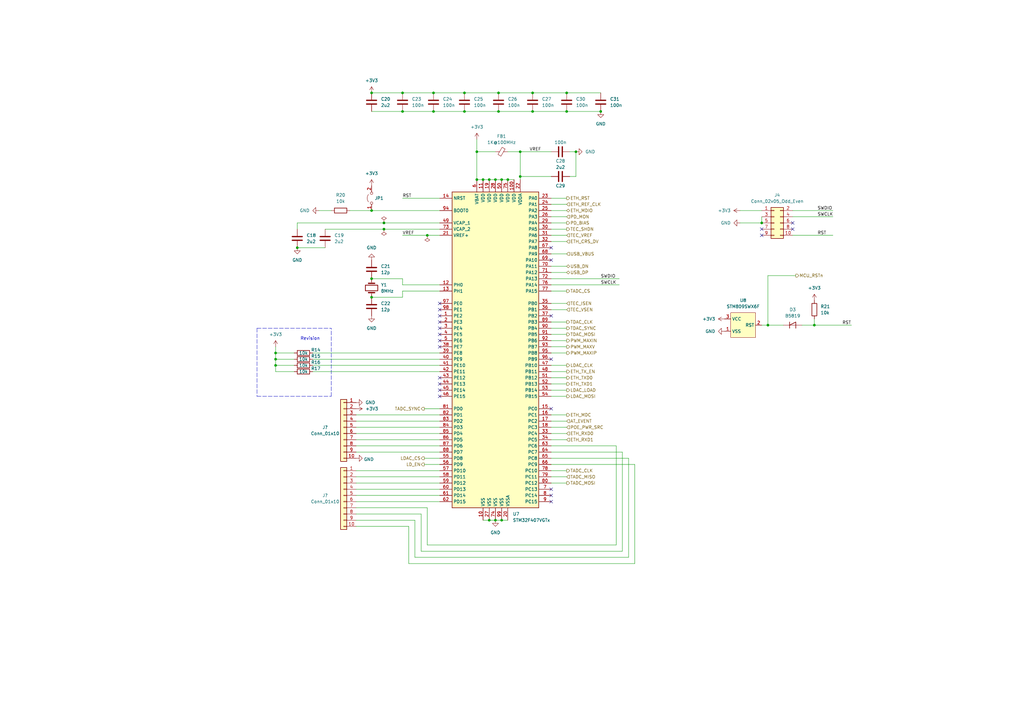
<source format=kicad_sch>
(kicad_sch (version 20211123) (generator eeschema)
  (paper "A3")
  (title_block (title "Kirdy") (date "2022-07-03") (rev "r0.1") (company "M-Labs") (comment 1 "Alex Wong Tat Hang"))
  (lib_symbols
    (symbol "Connector_Generic:Conn_01x10" (pin_names (offset 1.016) hide)
      (property "Reference" "J" (at 0 12.7 0))
      (property "Value" "Conn_01x10" (at 0 -15.24 0))
      (symbol "Conn_01x10_1_1"
        (rectangle (start -1.27 -12.573) (end 0 -12.827) (stroke (width 0.1524)))
        (rectangle (start -1.27 -10.033) (end 0 -10.287) (stroke (width 0.1524)))
        (rectangle (start -1.27 -7.493) (end 0 -7.747) (stroke (width 0.1524)))
        (rectangle (start -1.27 -4.953) (end 0 -5.207) (stroke (width 0.1524)))
        (rectangle (start -1.27 -2.413) (end 0 -2.667) (stroke (width 0.1524)))
        (rectangle (start -1.27 0.127) (end 0 -0.127) (stroke (width 0.1524)))
        (rectangle (start -1.27 2.667) (end 0 2.413) (stroke (width 0.1524)))
        (rectangle (start -1.27 5.207) (end 0 4.953) (stroke (width 0.1524)))
        (rectangle (start -1.27 7.747) (end 0 7.493) (stroke (width 0.1524)))
        (rectangle (start -1.27 10.287) (end 0 10.033) (stroke (width 0.1524)))
        (rectangle (start -1.27 11.43) (end 1.27 -13.97) (stroke (width 0.254)) (fill (type background)))
        (pin passive line (at -5.08 10.16 0) (length 3.81) (name "Pin_1") (number "1"))
        (pin passive line (at -5.08 -12.7 0) (length 3.81) (name "Pin_10") (number "10"))
        (pin passive line (at -5.08 7.62 0) (length 3.81) (name "Pin_2") (number "2"))
        (pin passive line (at -5.08 5.08 0) (length 3.81) (name "Pin_3") (number "3"))
        (pin passive line (at -5.08 2.54 0) (length 3.81) (name "Pin_4") (number "4"))
        (pin passive line (at -5.08 0 0) (length 3.81) (name "Pin_5") (number "5"))
        (pin passive line (at -5.08 -2.54 0) (length 3.81) (name "Pin_6") (number "6"))
        (pin passive line (at -5.08 -5.08 0) (length 3.81) (name "Pin_7") (number "7"))
        (pin passive line (at -5.08 -7.62 0) (length 3.81) (name "Pin_8") (number "8"))
        (pin passive line (at -5.08 -10.16 0) (length 3.81) (name "Pin_9") (number "9"))
      )
    )
    (symbol "Connector_Generic:Conn_02x05_Odd_Even" (pin_names (offset 1.016) hide)
      (property "Reference" "J" (at 1.27 7.62 0))
      (property "Value" "Conn_02x05_Odd_Even" (at 1.27 -7.62 0))
      (symbol "Conn_02x05_Odd_Even_1_1"
        (rectangle (start -1.27 -4.953) (end 0 -5.207) (stroke (width 0.1524)))
        (rectangle (start -1.27 -2.413) (end 0 -2.667) (stroke (width 0.1524)))
        (rectangle (start -1.27 0.127) (end 0 -0.127) (stroke (width 0.1524)))
        (rectangle (start -1.27 2.667) (end 0 2.413) (stroke (width 0.1524)))
        (rectangle (start -1.27 5.207) (end 0 4.953) (stroke (width 0.1524)))
        (rectangle (start -1.27 6.35) (end 3.81 -6.35) (stroke (width 0.254)) (fill (type background)))
        (rectangle (start 3.81 -4.953) (end 2.54 -5.207) (stroke (width 0.1524)))
        (rectangle (start 3.81 -2.413) (end 2.54 -2.667) (stroke (width 0.1524)))
        (rectangle (start 3.81 0.127) (end 2.54 -0.127) (stroke (width 0.1524)))
        (rectangle (start 3.81 2.667) (end 2.54 2.413) (stroke (width 0.1524)))
        (rectangle (start 3.81 5.207) (end 2.54 4.953) (stroke (width 0.1524)))
        (pin passive line (at -5.08 5.08 0) (length 3.81) (name "Pin_1") (number "1"))
        (pin passive line (at 7.62 -5.08 180) (length 3.81) (name "Pin_10") (number "10"))
        (pin passive line (at 7.62 5.08 180) (length 3.81) (name "Pin_2") (number "2"))
        (pin passive line (at -5.08 2.54 0) (length 3.81) (name "Pin_3") (number "3"))
        (pin passive line (at 7.62 2.54 180) (length 3.81) (name "Pin_4") (number "4"))
        (pin passive line (at -5.08 0 0) (length 3.81) (name "Pin_5") (number "5"))
        (pin passive line (at 7.62 0 180) (length 3.81) (name "Pin_6") (number "6"))
        (pin passive line (at -5.08 -2.54 0) (length 3.81) (name "Pin_7") (number "7"))
        (pin passive line (at 7.62 -2.54 180) (length 3.81) (name "Pin_8") (number "8"))
        (pin passive line (at -5.08 -5.08 0) (length 3.81) (name "Pin_9") (number "9"))
      )
    )
    (symbol "Device:C" (pin_numbers hide) (pin_names (offset 0.254))
      (property "Reference" "C" (at 0.635 2.54 0))
      (property "Value" "C" (at 0.635 -2.54 0))
      (symbol "C_0_1"
        (polyline (pts (xy -2.032 -0.762) (xy 2.032 -0.762)) (stroke (width 0.508)))
        (polyline (pts (xy -2.032 0.762) (xy 2.032 0.762)) (stroke (width 0.508)))
      )
      (symbol "C_1_1"
        (pin passive line (at 0 3.81 270) (length 2.794) (name "~") (number "1"))
        (pin passive line (at 0 -3.81 90) (length 2.794) (name "~") (number "2"))
      )
    )
    (symbol "Device:Crystal" (pin_numbers hide) (pin_names (offset 1.016) hide)
      (property "Reference" "Y" (at 0 3.81 0))
      (property "Value" "Crystal" (at 0 -3.81 0))
      (symbol "Crystal_0_1"
        (rectangle (start -1.143 2.54) (end 1.143 -2.54) (stroke (width 0.3048)))
        (polyline (pts (xy -2.54 0) (xy -1.905 0)))
        (polyline (pts (xy -1.905 -1.27) (xy -1.905 1.27)) (stroke (width 0.508)))
        (polyline (pts (xy 1.905 -1.27) (xy 1.905 1.27)) (stroke (width 0.508)))
        (polyline (pts (xy 2.54 0) (xy 1.905 0)))
      )
      (symbol "Crystal_1_1"
        (pin passive line (at -3.81 0 0) (length 1.27) (name "1") (number "1"))
        (pin passive line (at 3.81 0 180) (length 1.27) (name "2") (number "2"))
      )
    )
    (symbol "Device:D_Shockley" (pin_numbers hide) (pin_names (offset 1.016) hide)
      (property "Reference" "D" (at 0 2.54 0))
      (property "Value" "D_Shockley" (at 0 -2.54 0))
      (symbol "D_Shockley_0_1"
        (polyline (pts (xy -1.27 0) (xy 1.27 0)))
        (polyline (pts (xy -1.27 1.27) (xy -1.27 -1.27)) (stroke (width 0.254)))
        (polyline (pts (xy -1.27 0) (xy 1.27 1.27) (xy 1.27 -1.27)) (stroke (width 0.254)))
      )
      (symbol "D_Shockley_1_1"
        (pin passive line (at -3.81 0 0) (length 2.54) (name "K") (number "1"))
        (pin passive line (at 3.81 0 180) (length 2.54) (name "A") (number "2"))
      )
    )
    (symbol "Device:FerriteBead_Small" (pin_numbers hide) (pin_names (offset 0))
      (property "Reference" "FB" (at 1.905 1.27 0))
      (property "Value" "FerriteBead_Small" (at 1.905 -1.27 0))
      (symbol "FerriteBead_Small_0_1"
        (polyline (pts (xy 0 -1.27) (xy 0 -0.7874)))
        (polyline (pts (xy 0 0.889) (xy 0 1.2954)))
        (polyline (pts (xy -1.8288 0.2794) (xy -1.1176 1.4986) (xy 1.8288 -0.2032) (xy 1.1176 -1.4224) (xy -1.8288 0.2794)))
      )
      (symbol "FerriteBead_Small_1_1"
        (pin passive line (at 0 2.54 270) (length 1.27) (name "~") (number "1"))
        (pin passive line (at 0 -2.54 90) (length 1.27) (name "~") (number "2"))
      )
    )
    (symbol "Device:R" (pin_numbers hide) (pin_names (offset 0))
      (property "Reference" "R" (at 2.032 0 90))
      (property "Value" "R" (at 0 0 90))
      (symbol "R_0_1"
        (rectangle (start -1.016 -2.54) (end 1.016 2.54) (stroke (width 0.254)))
      )
      (symbol "R_1_1"
        (pin passive line (at 0 3.81 270) (length 1.27) (name "~") (number "1"))
        (pin passive line (at 0 -3.81 90) (length 1.27) (name "~") (number "2"))
      )
    )
    (symbol "Jumper:Jumper_2_Open" (pin_names (offset 0) hide)
      (property "Reference" "JP" (at 0 2.794 0))
      (property "Value" "Jumper_2_Open" (at 0 -2.286 0))
      (symbol "Jumper_2_Open_0_0"
        (circle (center -2.032 0) (radius 0.508))
        (circle (center 2.032 0) (radius 0.508))
      )
      (symbol "Jumper_2_Open_0_1"
        (arc (start 1.524 1.27) (mid 0 1.778) (end -1.524 1.27))
      )
      (symbol "Jumper_2_Open_1_1"
        (pin passive line (at -5.08 0 0) (length 2.54) (name "A") (number "1"))
        (pin passive line (at 5.08 0 180) (length 2.54) (name "B") (number "2"))
      )
    )
    (symbol "MCU_ST_STM32F4:STM32F407VGTx"
      (property "Reference" "U" (at -17.78 64.77 0))
      (property "Value" "STM32F407VGTx" (at 12.7 64.77 0))
      (symbol "STM32F407VGTx_0_1"
        (rectangle (start -17.78 -66.04) (end 17.78 63.5) (stroke (width 0.254)) (fill (type background)))
      )
      (symbol "STM32F407VGTx_1_1"
        (pin bidirectional line (at -22.86 12.7 0) (length 5.08) (name "PE2") (number "1"))
        (pin power_in line (at -5.08 -71.12 90) (length 5.08) (name "VSS") (number "10"))
        (pin power_in line (at 7.62 68.58 270) (length 5.08) (name "VDD") (number "100"))
        (pin power_in line (at -5.08 68.58 270) (length 5.08) (name "VDD") (number "11"))
        (pin input line (at -22.86 25.4 0) (length 5.08) (name "PH0") (number "12"))
        (pin input line (at -22.86 22.86 0) (length 5.08) (name "PH1") (number "13"))
        (pin input line (at -22.86 60.96 0) (length 5.08) (name "NRST") (number "14"))
        (pin bidirectional line (at 22.86 -25.4 180) (length 5.08) (name "PC0") (number "15"))
        (pin bidirectional line (at 22.86 -27.94 180) (length 5.08) (name "PC1") (number "16"))
        (pin bidirectional line (at 22.86 -30.48 180) (length 5.08) (name "PC2") (number "17"))
        (pin bidirectional line (at 22.86 -33.02 180) (length 5.08) (name "PC3") (number "18"))
        (pin power_in line (at -2.54 68.58 270) (length 5.08) (name "VDD") (number "19"))
        (pin bidirectional line (at -22.86 10.16 0) (length 5.08) (name "PE3") (number "2"))
        (pin power_in line (at 5.08 -71.12 90) (length 5.08) (name "VSSA") (number "20"))
        (pin power_in line (at -22.86 45.72 0) (length 5.08) (name "VREF+") (number "21"))
        (pin power_in line (at 10.16 68.58 270) (length 5.08) (name "VDDA") (number "22"))
        (pin bidirectional line (at 22.86 60.96 180) (length 5.08) (name "PA0") (number "23"))
        (pin bidirectional line (at 22.86 58.42 180) (length 5.08) (name "PA1") (number "24"))
        (pin bidirectional line (at 22.86 55.88 180) (length 5.08) (name "PA2") (number "25"))
        (pin bidirectional line (at 22.86 53.34 180) (length 5.08) (name "PA3") (number "26"))
        (pin power_in line (at -2.54 -71.12 90) (length 5.08) (name "VSS") (number "27"))
        (pin power_in line (at 0 68.58 270) (length 5.08) (name "VDD") (number "28"))
        (pin bidirectional line (at 22.86 50.8 180) (length 5.08) (name "PA4") (number "29"))
        (pin bidirectional line (at -22.86 7.62 0) (length 5.08) (name "PE4") (number "3"))
        (pin bidirectional line (at 22.86 48.26 180) (length 5.08) (name "PA5") (number "30"))
        (pin bidirectional line (at 22.86 45.72 180) (length 5.08) (name "PA6") (number "31"))
        (pin bidirectional line (at 22.86 43.18 180) (length 5.08) (name "PA7") (number "32"))
        (pin bidirectional line (at 22.86 -35.56 180) (length 5.08) (name "PC4") (number "33"))
        (pin bidirectional line (at 22.86 -38.1 180) (length 5.08) (name "PC5") (number "34"))
        (pin bidirectional line (at 22.86 17.78 180) (length 5.08) (name "PB0") (number "35"))
        (pin bidirectional line (at 22.86 15.24 180) (length 5.08) (name "PB1") (number "36"))
        (pin bidirectional line (at 22.86 12.7 180) (length 5.08) (name "PB2") (number "37"))
        (pin bidirectional line (at -22.86 0 0) (length 5.08) (name "PE7") (number "38"))
        (pin bidirectional line (at -22.86 -2.54 0) (length 5.08) (name "PE8") (number "39"))
        (pin bidirectional line (at -22.86 5.08 0) (length 5.08) (name "PE5") (number "4"))
        (pin bidirectional line (at -22.86 -5.08 0) (length 5.08) (name "PE9") (number "40"))
        (pin bidirectional line (at -22.86 -7.62 0) (length 5.08) (name "PE10") (number "41"))
        (pin bidirectional line (at -22.86 -10.16 0) (length 5.08) (name "PE11") (number "42"))
        (pin bidirectional line (at -22.86 -12.7 0) (length 5.08) (name "PE12") (number "43"))
        (pin bidirectional line (at -22.86 -15.24 0) (length 5.08) (name "PE13") (number "44"))
        (pin bidirectional line (at -22.86 -17.78 0) (length 5.08) (name "PE14") (number "45"))
        (pin bidirectional line (at -22.86 -20.32 0) (length 5.08) (name "PE15") (number "46"))
        (pin bidirectional line (at 22.86 -7.62 180) (length 5.08) (name "PB10") (number "47"))
        (pin bidirectional line (at 22.86 -10.16 180) (length 5.08) (name "PB11") (number "48"))
        (pin power_in line (at -22.86 50.8 0) (length 5.08) (name "VCAP_1") (number "49"))
        (pin bidirectional line (at -22.86 2.54 0) (length 5.08) (name "PE6") (number "5"))
        (pin power_in line (at 2.54 68.58 270) (length 5.08) (name "VDD") (number "50"))
        (pin bidirectional line (at 22.86 -12.7 180) (length 5.08) (name "PB12") (number "51"))
        (pin bidirectional line (at 22.86 -15.24 180) (length 5.08) (name "PB13") (number "52"))
        (pin bidirectional line (at 22.86 -17.78 180) (length 5.08) (name "PB14") (number "53"))
        (pin bidirectional line (at 22.86 -20.32 180) (length 5.08) (name "PB15") (number "54"))
        (pin bidirectional line (at -22.86 -45.72 0) (length 5.08) (name "PD8") (number "55"))
        (pin bidirectional line (at -22.86 -48.26 0) (length 5.08) (name "PD9") (number "56"))
        (pin bidirectional line (at -22.86 -50.8 0) (length 5.08) (name "PD10") (number "57"))
        (pin bidirectional line (at -22.86 -53.34 0) (length 5.08) (name "PD11") (number "58"))
        (pin bidirectional line (at -22.86 -55.88 0) (length 5.08) (name "PD12") (number "59"))
        (pin power_in line (at -7.62 68.58 270) (length 5.08) (name "VBAT") (number "6"))
        (pin bidirectional line (at -22.86 -58.42 0) (length 5.08) (name "PD13") (number "60"))
        (pin bidirectional line (at -22.86 -60.96 0) (length 5.08) (name "PD14") (number "61"))
        (pin bidirectional line (at -22.86 -63.5 0) (length 5.08) (name "PD15") (number "62"))
        (pin bidirectional line (at 22.86 -40.64 180) (length 5.08) (name "PC6") (number "63"))
        (pin bidirectional line (at 22.86 -43.18 180) (length 5.08) (name "PC7") (number "64"))
        (pin bidirectional line (at 22.86 -45.72 180) (length 5.08) (name "PC8") (number "65"))
        (pin bidirectional line (at 22.86 -48.26 180) (length 5.08) (name "PC9") (number "66"))
        (pin bidirectional line (at 22.86 40.64 180) (length 5.08) (name "PA8") (number "67"))
        (pin bidirectional line (at 22.86 38.1 180) (length 5.08) (name "PA9") (number "68"))
        (pin bidirectional line (at 22.86 35.56 180) (length 5.08) (name "PA10") (number "69"))
        (pin bidirectional line (at 22.86 -58.42 180) (length 5.08) (name "PC13") (number "7"))
        (pin bidirectional line (at 22.86 33.02 180) (length 5.08) (name "PA11") (number "70"))
        (pin bidirectional line (at 22.86 30.48 180) (length 5.08) (name "PA12") (number "71"))
        (pin bidirectional line (at 22.86 27.94 180) (length 5.08) (name "PA13") (number "72"))
        (pin power_in line (at -22.86 48.26 0) (length 5.08) (name "VCAP_2") (number "73"))
        (pin power_in line (at 0 -71.12 90) (length 5.08) (name "VSS") (number "74"))
        (pin power_in line (at 5.08 68.58 270) (length 5.08) (name "VDD") (number "75"))
        (pin bidirectional line (at 22.86 25.4 180) (length 5.08) (name "PA14") (number "76"))
        (pin bidirectional line (at 22.86 22.86 180) (length 5.08) (name "PA15") (number "77"))
        (pin bidirectional line (at 22.86 -50.8 180) (length 5.08) (name "PC10") (number "78"))
        (pin bidirectional line (at 22.86 -53.34 180) (length 5.08) (name "PC11") (number "79"))
        (pin bidirectional line (at 22.86 -60.96 180) (length 5.08) (name "PC14") (number "8"))
        (pin bidirectional line (at 22.86 -55.88 180) (length 5.08) (name "PC12") (number "80"))
        (pin bidirectional line (at -22.86 -25.4 0) (length 5.08) (name "PD0") (number "81"))
        (pin bidirectional line (at -22.86 -27.94 0) (length 5.08) (name "PD1") (number "82"))
        (pin bidirectional line (at -22.86 -30.48 0) (length 5.08) (name "PD2") (number "83"))
        (pin bidirectional line (at -22.86 -33.02 0) (length 5.08) (name "PD3") (number "84"))
        (pin bidirectional line (at -22.86 -35.56 0) (length 5.08) (name "PD4") (number "85"))
        (pin bidirectional line (at -22.86 -38.1 0) (length 5.08) (name "PD5") (number "86"))
        (pin bidirectional line (at -22.86 -40.64 0) (length 5.08) (name "PD6") (number "87"))
        (pin bidirectional line (at -22.86 -43.18 0) (length 5.08) (name "PD7") (number "88"))
        (pin bidirectional line (at 22.86 10.16 180) (length 5.08) (name "PB3") (number "89"))
        (pin bidirectional line (at 22.86 -63.5 180) (length 5.08) (name "PC15") (number "9"))
        (pin bidirectional line (at 22.86 7.62 180) (length 5.08) (name "PB4") (number "90"))
        (pin bidirectional line (at 22.86 5.08 180) (length 5.08) (name "PB5") (number "91"))
        (pin bidirectional line (at 22.86 2.54 180) (length 5.08) (name "PB6") (number "92"))
        (pin bidirectional line (at 22.86 0 180) (length 5.08) (name "PB7") (number "93"))
        (pin input line (at -22.86 55.88 0) (length 5.08) (name "BOOT0") (number "94"))
        (pin bidirectional line (at 22.86 -2.54 180) (length 5.08) (name "PB8") (number "95"))
        (pin bidirectional line (at 22.86 -5.08 180) (length 5.08) (name "PB9") (number "96"))
        (pin bidirectional line (at -22.86 17.78 0) (length 5.08) (name "PE0") (number "97"))
        (pin bidirectional line (at -22.86 15.24 0) (length 5.08) (name "PE1") (number "98"))
        (pin power_in line (at 2.54 -71.12 90) (length 5.08) (name "VSS") (number "99"))
      )
    )
    (symbol "kirdy:STM809SWX6F"
      (property "Reference" "U" (at 0 -10.16 0))
      (property "Value" "STM809SWX6F" (at 0 -7.62 0))
      (symbol "STM809SWX6F_0_0"
        (pin power_in line (at -7.62 -2.54 0) (length 2.54) (name "VSS") (number "1"))
        (pin output line (at 7.62 0 180) (length 2.54) (name "RST") (number "2"))
        (pin power_in line (at -7.62 2.54 0) (length 2.54) (name "VCC") (number "3"))
      )
      (symbol "STM809SWX6F_0_1"
        (rectangle (start -5.08 5.08) (end 5.08 -5.08) (fill (type background)))
      )
    )
    (symbol "power:+3V3" (power) (pin_names (offset 0))
      (property "Value" "+3V3" (at 0 3.556 0))
      (symbol "+3V3_0_1"
        (polyline (pts (xy -0.762 1.27) (xy 0 2.54)))
        (polyline (pts (xy 0 0) (xy 0 2.54)))
        (polyline (pts (xy 0 2.54) (xy 0.762 1.27)))
      )
      (symbol "+3V3_1_1"
        (pin power_in line (at 0 0 90) (length 0) hide (name "+3V3") (number "1"))
      )
    )
    (symbol "power:GND" (power) (pin_names (offset 0))
      (property "Value" "GND" (at 0 -3.81 0))
      (symbol "GND_0_1"
        (polyline (pts (xy 0 0) (xy 0 -1.27) (xy 1.27 -1.27) (xy 0 -2.54) (xy -1.27 -1.27) (xy 0 -1.27)))
      )
      (symbol "GND_1_1"
        (pin power_in line (at 0 0 270) (length 0) hide (name "GND") (number "1"))
      )
    )
    (symbol "power:PWR_FLAG" (power) (pin_numbers hide) (pin_names (offset 0) hide)
      (property "Value" "PWR_FLAG" (at 0 3.81 0))
      (symbol "PWR_FLAG_0_0"
        (pin power_out line (at 0 0 90) (length 0) (name "pwr") (number "1"))
      )
      (symbol "PWR_FLAG_0_1"
        (polyline (pts (xy 0 0) (xy 0 1.27) (xy -1.016 1.905) (xy 0 2.54) (xy 1.016 1.905) (xy 0 1.27)))
      )
    )
  )
  (junction (at 165.1 38.1))
  (junction (at 152.4 114.3))
  (junction (at 198.12 73.66))
  (junction (at 157.48 93.98))
  (junction (at 205.74 213.36))
  (junction (at 177.8 38.1))
  (junction (at 213.36 72.39))
  (junction (at 236.22 62.23))
  (junction (at 152.4 38.1))
  (junction (at 195.58 73.66))
  (junction (at 121.92 101.6))
  (junction (at 200.66 73.66))
  (junction (at 203.2 213.36))
  (junction (at 175.26 96.52))
  (junction (at 204.47 38.1))
  (junction (at 152.4 86.36))
  (junction (at 177.8 45.72))
  (junction (at 232.41 45.72))
  (junction (at 314.96 133.35))
  (junction (at 200.66 213.36))
  (junction (at 157.48 91.44))
  (junction (at 208.28 73.66))
  (junction (at 113.03 144.78))
  (junction (at 190.5 45.72))
  (junction (at 165.1 45.72))
  (junction (at 203.2 73.66))
  (junction (at 232.41 38.1))
  (junction (at 334.01 133.35))
  (junction (at 213.36 62.23))
  (junction (at 190.5 38.1))
  (junction (at 204.47 45.72))
  (junction (at 113.03 147.32))
  (junction (at 218.44 38.1))
  (junction (at 246.38 45.72))
  (junction (at 205.74 73.66))
  (junction (at 152.4 121.92))
  (junction (at 195.58 62.23))
  (junction (at 312.42 91.44))
  (junction (at 218.44 45.72))
  (junction (at 113.03 149.86))
  (no_connect (at 312.42 96.52))
  (no_connect (at 325.12 93.98))
  (no_connect (at 325.12 91.44))
  (no_connect (at 180.34 157.48))
  (no_connect (at 180.34 154.94))
  (no_connect (at 312.42 93.98))
  (no_connect (at 226.06 200.66))
  (no_connect (at 226.06 203.2))
  (no_connect (at 226.06 205.74))
  (no_connect (at 226.06 101.6))
  (no_connect (at 226.06 106.68))
  (no_connect (at 226.06 129.54))
  (no_connect (at 180.34 129.54))
  (no_connect (at 180.34 124.46))
  (no_connect (at 180.34 127))
  (no_connect (at 226.06 147.32))
  (no_connect (at 226.06 167.64))
  (no_connect (at 180.34 162.56))
  (no_connect (at 180.34 160.02))
  (no_connect (at 180.34 132.08))
  (no_connect (at 180.34 134.62))
  (no_connect (at 180.34 137.16))
  (no_connect (at 180.34 139.7))
  (no_connect (at 180.34 142.24))
  (wire (pts (xy 226.06 180.34) (xy 232.41 180.34)))
  (wire (pts (xy 146.05 205.74) (xy 180.34 205.74)))
  (wire (pts (xy 226.06 170.18) (xy 232.41 170.18)))
  (wire (pts (xy 226.06 160.02) (xy 232.41 160.02)))
  (wire (pts (xy 226.06 99.06) (xy 232.41 99.06)))
  (wire (pts (xy 165.1 116.84) (xy 180.34 116.84)))
  (wire (pts (xy 226.06 104.14) (xy 232.41 104.14)))
  (wire (pts (xy 146.05 203.2) (xy 180.34 203.2)))
  (wire (pts (xy 226.06 86.36) (xy 232.41 86.36)))
  (polyline (pts (xy 105.41 162.56) (xy 135.89 162.56)))
  (wire (pts (xy 175.26 96.52) (xy 180.34 96.52)))
  (wire (pts (xy 257.81 187.96) (xy 257.81 228.6)))
  (wire (pts (xy 198.12 213.36) (xy 200.66 213.36)))
  (wire (pts (xy 218.44 45.72) (xy 232.41 45.72)))
  (wire (pts (xy 312.42 88.9) (xy 312.42 91.44)))
  (wire (pts (xy 165.1 81.28) (xy 180.34 81.28)))
  (wire (pts (xy 233.68 72.39) (xy 236.22 72.39)))
  (wire (pts (xy 172.72 226.06) (xy 172.72 210.82)))
  (wire (pts (xy 146.05 172.72) (xy 180.34 172.72)))
  (wire (pts (xy 195.58 62.23) (xy 203.2 62.23)))
  (wire (pts (xy 175.26 223.52) (xy 175.26 208.28)))
  (wire (pts (xy 121.92 101.6) (xy 133.35 101.6)))
  (wire (pts (xy 175.26 208.28) (xy 146.05 208.28)))
  (wire (pts (xy 173.99 187.96) (xy 180.34 187.96)))
  (wire (pts (xy 325.12 96.52) (xy 341.63 96.52)))
  (wire (pts (xy 203.2 213.36) (xy 205.74 213.36)))
  (wire (pts (xy 328.93 133.35) (xy 334.01 133.35)))
  (wire (pts (xy 312.42 133.35) (xy 314.96 133.35)))
  (wire (pts (xy 226.06 139.7) (xy 232.41 139.7)))
  (polyline (pts (xy 135.89 162.56) (xy 135.89 134.62)))
  (wire (pts (xy 226.06 116.84) (xy 254 116.84)))
  (wire (pts (xy 170.18 228.6) (xy 170.18 213.36)))
  (wire (pts (xy 204.47 38.1) (xy 218.44 38.1)))
  (wire (pts (xy 113.03 152.4) (xy 120.65 152.4)))
  (wire (pts (xy 128.27 149.86) (xy 180.34 149.86)))
  (wire (pts (xy 260.35 231.14) (xy 167.64 231.14)))
  (wire (pts (xy 113.03 149.86) (xy 120.65 149.86)))
  (wire (pts (xy 152.4 45.72) (xy 165.1 45.72)))
  (wire (pts (xy 157.48 93.98) (xy 180.34 93.98)))
  (wire (pts (xy 314.96 113.03) (xy 326.39 113.03)))
  (wire (pts (xy 128.27 147.32) (xy 180.34 147.32)))
  (wire (pts (xy 165.1 119.38) (xy 165.1 121.92)))
  (wire (pts (xy 208.28 62.23) (xy 213.36 62.23)))
  (wire (pts (xy 146.05 170.18) (xy 180.34 170.18)))
  (wire (pts (xy 146.05 193.04) (xy 180.34 193.04)))
  (wire (pts (xy 167.64 215.9) (xy 146.05 215.9)))
  (wire (pts (xy 133.35 93.98) (xy 157.48 93.98)))
  (wire (pts (xy 226.06 177.8) (xy 232.41 177.8)))
  (wire (pts (xy 226.06 193.04) (xy 232.41 193.04)))
  (wire (pts (xy 334.01 133.35) (xy 334.01 130.81)))
  (wire (pts (xy 170.18 213.36) (xy 146.05 213.36)))
  (wire (pts (xy 113.03 147.32) (xy 113.03 149.86)))
  (wire (pts (xy 334.01 133.35) (xy 349.25 133.35)))
  (wire (pts (xy 255.27 226.06) (xy 172.72 226.06)))
  (wire (pts (xy 226.06 154.94) (xy 232.41 154.94)))
  (wire (pts (xy 146.05 195.58) (xy 180.34 195.58)))
  (wire (pts (xy 213.36 62.23) (xy 213.36 72.39)))
  (wire (pts (xy 226.06 111.76) (xy 232.41 111.76)))
  (wire (pts (xy 226.06 134.62) (xy 232.41 134.62)))
  (wire (pts (xy 226.06 182.88) (xy 252.73 182.88)))
  (wire (pts (xy 226.06 187.96) (xy 257.81 187.96)))
  (wire (pts (xy 226.06 149.86) (xy 232.41 149.86)))
  (wire (pts (xy 252.73 223.52) (xy 175.26 223.52)))
  (wire (pts (xy 314.96 133.35) (xy 321.31 133.35)))
  (wire (pts (xy 226.06 137.16) (xy 232.41 137.16)))
  (wire (pts (xy 226.06 185.42) (xy 255.27 185.42)))
  (wire (pts (xy 226.06 93.98) (xy 232.41 93.98)))
  (wire (pts (xy 177.8 38.1) (xy 190.5 38.1)))
  (wire (pts (xy 200.66 213.36) (xy 203.2 213.36)))
  (wire (pts (xy 252.73 182.88) (xy 252.73 223.52)))
  (wire (pts (xy 203.2 73.66) (xy 205.74 73.66)))
  (wire (pts (xy 195.58 62.23) (xy 195.58 73.66)))
  (wire (pts (xy 233.68 62.23) (xy 236.22 62.23)))
  (wire (pts (xy 146.05 182.88) (xy 180.34 182.88)))
  (wire (pts (xy 177.8 45.72) (xy 190.5 45.72)))
  (wire (pts (xy 226.06 190.5) (xy 260.35 190.5)))
  (wire (pts (xy 146.05 175.26) (xy 180.34 175.26)))
  (wire (pts (xy 226.06 198.12) (xy 232.41 198.12)))
  (wire (pts (xy 232.41 38.1) (xy 246.38 38.1)))
  (wire (pts (xy 195.58 73.66) (xy 198.12 73.66)))
  (wire (pts (xy 213.36 62.23) (xy 226.06 62.23)))
  (wire (pts (xy 165.1 121.92) (xy 152.4 121.92)))
  (wire (pts (xy 113.03 144.78) (xy 113.03 147.32)))
  (wire (pts (xy 226.06 172.72) (xy 232.41 172.72)))
  (wire (pts (xy 152.4 86.36) (xy 180.34 86.36)))
  (wire (pts (xy 198.12 73.66) (xy 200.66 73.66)))
  (wire (pts (xy 113.03 144.78) (xy 120.65 144.78)))
  (wire (pts (xy 113.03 149.86) (xy 113.03 152.4)))
  (wire (pts (xy 213.36 72.39) (xy 213.36 73.66)))
  (wire (pts (xy 226.06 124.46) (xy 232.41 124.46)))
  (wire (pts (xy 226.06 152.4) (xy 232.41 152.4)))
  (wire (pts (xy 325.12 86.36) (xy 341.63 86.36)))
  (polyline (pts (xy 105.41 134.62) (xy 105.41 162.56)))
  (wire (pts (xy 226.06 195.58) (xy 232.41 195.58)))
  (wire (pts (xy 146.05 198.12) (xy 180.34 198.12)))
  (wire (pts (xy 165.1 96.52) (xy 175.26 96.52)))
  (wire (pts (xy 113.03 147.32) (xy 120.65 147.32)))
  (wire (pts (xy 208.28 73.66) (xy 210.82 73.66)))
  (wire (pts (xy 165.1 45.72) (xy 177.8 45.72)))
  (wire (pts (xy 165.1 119.38) (xy 180.34 119.38)))
  (wire (pts (xy 226.06 142.24) (xy 232.41 142.24)))
  (wire (pts (xy 165.1 116.84) (xy 165.1 114.3)))
  (wire (pts (xy 226.06 132.08) (xy 232.41 132.08)))
  (wire (pts (xy 121.92 93.98) (xy 121.92 91.44)))
  (wire (pts (xy 146.05 185.42) (xy 180.34 185.42)))
  (wire (pts (xy 213.36 72.39) (xy 226.06 72.39)))
  (wire (pts (xy 236.22 72.39) (xy 236.22 62.23)))
  (wire (pts (xy 205.74 73.66) (xy 208.28 73.66)))
  (wire (pts (xy 157.48 91.44) (xy 180.34 91.44)))
  (wire (pts (xy 226.06 109.22) (xy 232.41 109.22)))
  (wire (pts (xy 113.03 142.24) (xy 113.03 144.78)))
  (wire (pts (xy 146.05 200.66) (xy 180.34 200.66)))
  (wire (pts (xy 303.53 91.44) (xy 312.42 91.44)))
  (wire (pts (xy 218.44 38.1) (xy 232.41 38.1)))
  (wire (pts (xy 226.06 175.26) (xy 232.41 175.26)))
  (wire (pts (xy 226.06 88.9) (xy 232.41 88.9)))
  (wire (pts (xy 232.41 45.72) (xy 246.38 45.72)))
  (wire (pts (xy 314.96 133.35) (xy 314.96 113.03)))
  (wire (pts (xy 226.06 96.52) (xy 232.41 96.52)))
  (wire (pts (xy 195.58 57.15) (xy 195.58 62.23)))
  (wire (pts (xy 226.06 119.38) (xy 232.41 119.38)))
  (wire (pts (xy 173.99 190.5) (xy 180.34 190.5)))
  (wire (pts (xy 190.5 38.1) (xy 204.47 38.1)))
  (wire (pts (xy 165.1 38.1) (xy 177.8 38.1)))
  (wire (pts (xy 260.35 190.5) (xy 260.35 231.14)))
  (wire (pts (xy 152.4 38.1) (xy 165.1 38.1)))
  (wire (pts (xy 204.47 45.72) (xy 218.44 45.72)))
  (wire (pts (xy 257.81 228.6) (xy 170.18 228.6)))
  (wire (pts (xy 226.06 127) (xy 232.41 127)))
  (wire (pts (xy 146.05 180.34) (xy 180.34 180.34)))
  (wire (pts (xy 226.06 81.28) (xy 232.41 81.28)))
  (wire (pts (xy 226.06 83.82) (xy 232.41 83.82)))
  (wire (pts (xy 205.74 213.36) (xy 208.28 213.36)))
  (wire (pts (xy 303.53 86.36) (xy 312.42 86.36)))
  (wire (pts (xy 226.06 144.78) (xy 232.41 144.78)))
  (wire (pts (xy 172.72 210.82) (xy 146.05 210.82)))
  (wire (pts (xy 165.1 114.3) (xy 152.4 114.3)))
  (polyline (pts (xy 105.41 134.62) (xy 135.89 134.62)))
  (wire (pts (xy 143.51 86.36) (xy 152.4 86.36)))
  (wire (pts (xy 226.06 91.44) (xy 232.41 91.44)))
  (wire (pts (xy 130.81 86.36) (xy 135.89 86.36)))
  (wire (pts (xy 121.92 91.44) (xy 157.48 91.44)))
  (wire (pts (xy 226.06 162.56) (xy 232.41 162.56)))
  (wire (pts (xy 190.5 45.72) (xy 204.47 45.72)))
  (wire (pts (xy 128.27 144.78) (xy 180.34 144.78)))
  (wire (pts (xy 226.06 114.3) (xy 254 114.3)))
  (wire (pts (xy 226.06 157.48) (xy 232.41 157.48)))
  (wire (pts (xy 167.64 231.14) (xy 167.64 215.9)))
  (wire (pts (xy 255.27 185.42) (xy 255.27 226.06)))
  (wire (pts (xy 146.05 177.8) (xy 180.34 177.8)))
  (wire (pts (xy 325.12 88.9) (xy 341.63 88.9)))
  (wire (pts (xy 173.99 167.64) (xy 180.34 167.64)))
  (wire (pts (xy 128.27 152.4) (xy 180.34 152.4)))
  (wire (pts (xy 200.66 73.66) (xy 203.2 73.66)))
  (text "Revision\n" (at 123.19 139.7 0) (effects (font (size 1.27 1.27)) (justify left bottom)))
  (label "VREF" (at 217.17 62.23 0))
  (label "SWDIO" (at 246.38 114.3 0))
  (label "SWCLK" (at 335.28 88.9 0))
  (label "RST" (at 165.1 81.28 0))
  (label "SWDIO" (at 335.28 86.36 0))
  (label "VREF" (at 165.1 96.52 0))
  (label "RST" (at 345.44 133.35 0))
  (label "RST" (at 335.28 96.52 0))
  (label "SWCLK" (at 246.38 116.84 0))
  (hierarchical_label "USB_DP" (shape bidirectional) (at 232.41 111.76 0))
  (hierarchical_label "TEC_VREF" (shape input) (at 232.41 96.52 0))
  (hierarchical_label "ETH_REF_CLK" (shape input) (at 232.41 83.82 0))
  (hierarchical_label "USB_VBUS" (shape input) (at 232.41 104.14 0))
  (hierarchical_label "TADC_CLK" (shape output) (at 232.41 193.04 0))
  (hierarchical_label "TDAC_MOSI" (shape output) (at 232.41 137.16 0))
  (hierarchical_label "PWM_MAXIP" (shape output) (at 232.41 144.78 0))
  (hierarchical_label "USB_DN" (shape bidirectional) (at 232.41 109.22 0))
  (hierarchical_label "ETH_RST" (shape output) (at 232.41 81.28 0))
  (hierarchical_label "TEC_SHDN" (shape output) (at 232.41 93.98 0))
  (hierarchical_label "ETH_TXD1" (shape output) (at 232.41 157.48 0))
  (hierarchical_label "ETH_MDIO" (shape bidirectional) (at 232.41 86.36 0))
  (hierarchical_label "LDAC_MOSI" (shape output) (at 232.41 162.56 0))
  (hierarchical_label "AT_EVENT" (shape input) (at 232.41 172.72 0))
  (hierarchical_label "PWM_MAXV" (shape output) (at 232.41 142.24 0))
  (hierarchical_label "POE_PWR_SRC" (shape input) (at 232.41 175.26 0))
  (hierarchical_label "MCU_RSTn" (shape output) (at 326.39 113.03 0))
  (hierarchical_label "TADC_CS" (shape output) (at 232.41 119.38 0))
  (hierarchical_label "ETH_RXD0" (shape input) (at 232.41 177.8 0))
  (hierarchical_label "PD_BIAS" (shape output) (at 232.41 91.44 0))
  (hierarchical_label "TADC_MISO" (shape input) (at 232.41 195.58 0))
  (hierarchical_label "LDAC_CS" (shape output) (at 173.99 187.96 180))
  (hierarchical_label "TADC_MOSI" (shape output) (at 232.41 198.12 0))
  (hierarchical_label "ETH_CRS_DV" (shape input) (at 232.41 99.06 0))
  (hierarchical_label "LD_EN" (shape output) (at 173.99 190.5 180))
  (hierarchical_label "TADC_SYNC" (shape output) (at 173.99 167.64 180))
  (hierarchical_label "PWM_MAXIN" (shape output) (at 232.41 139.7 0))
  (hierarchical_label "TEC_ISEN" (shape input) (at 232.41 124.46 0))
  (hierarchical_label "TEC_VSEN" (shape input) (at 232.41 127 0))
  (hierarchical_label "ETH_TX_EN" (shape output) (at 232.41 152.4 0))
  (hierarchical_label "TDAC_SYNC" (shape output) (at 232.41 134.62 0))
  (hierarchical_label "ETH_TXD0" (shape output) (at 232.41 154.94 0))
  (hierarchical_label "PD_MON" (shape input) (at 232.41 88.9 0))
  (hierarchical_label "ETH_RXD1" (shape input) (at 232.41 180.34 0))
  (hierarchical_label "LDAC_LOAD" (shape output) (at 232.41 160.02 0))
  (hierarchical_label "ETH_MDC" (shape output) (at 232.41 170.18 0))
  (hierarchical_label "LDAC_CLK" (shape output) (at 232.41 149.86 0))
  (hierarchical_label "TDAC_CLK" (shape output) (at 232.41 132.08 0))
  (symbol (lib_id "Connector_Generic:Conn_02x05_Odd_Even") (at 317.5 91.44 0) (unit 1)
    (property "Reference" "J4" (at 318.77 80.01 0))
    (property "Value" "Conn_02x05_Odd_Even" (at 318.77 82.55 0))
    (property "Footprint" "Connector_PinHeader_1.27mm:PinHeader_2x05_P1.27mm_Vertical_SMD" (effects hide))
    (property "MFR_PN" "M50-3600542" (effects hide))
  )
  (symbol (lib_id "Device:FerriteBead_Small") (at 205.74 62.23 90) (unit 1)
    (property "Reference" "FB1" (at 205.7019 55.88 90))
    (property "Value" "1K@100MHz" (at 205.7019 58.42 90))
    (property "Footprint" "Inductor_SMD:L_1210_3225Metric" (effects hide))
    (property "MFR_PN" "FBMH3225HM102NT" (effects hide))
    (property "MFR_PN_ALT" "FBMH3225HM102NTV" (effects hide))
  )
  (symbol (lib_id "power:+3V3") (at 152.4 76.2 0) (unit 1)
    (property "Reference" "#PWR045" (effects hide))
    (property "Value" "+3V3" (at 152.4 71.12 0))
  )
  (symbol (lib_id "Device:C") (at 133.35 97.79 0) (unit 1)
    (property "Reference" "C19" (at 137.16 96.5199 0) (effects (justify left)))
    (property "Value" "2u2" (at 137.16 99.0599 0) (effects (justify left)))
    (property "Footprint" "Capacitor_SMD:C_0603_1608Metric" (effects hide))
    (property "MFR_PN" "CL10B225KP8NNNC" (effects hide))
    (property "MFR_PN_ALT" "CGA3E1X7R0J225K080AC" (effects hide))
  )
  (symbol (lib_id "Connector_Generic:Conn_01x10") (at 140.97 175.26 0) (mirror y) (unit 1)
    (property "Reference" "J?" (at 133.35 175.26 0))
    (property "Value" "Conn_01x10" (at 133.35 177.8 0))
  )
  (symbol (lib_id "Device:R") (at 334.01 127 0) (unit 1)
    (property "Reference" "R21" (at 336.55 125.7299 0) (effects (justify left)))
    (property "Value" "10k" (at 336.55 128.2699 0) (effects (justify left)))
    (property "Footprint" "Resistor_SMD:R_0603_1608Metric" (effects hide))
    (property "MFR_PN" "RNCP0603FTD10K0" (effects hide))
    (property "MFR_PN_ALT" "RMCF0603FT10K0" (effects hide))
  )
  (symbol (lib_id "kirdy:STM809SWX6F") (at 304.8 133.35 0) (unit 1)
    (property "Reference" "U8" (at 304.8 123.19 0))
    (property "Value" "STM809SWX6F" (at 304.8 125.73 0))
    (property "Footprint" "Package_TO_SOT_SMD:SOT-23" (effects hide))
    (property "MFR_PN" "STM809SWX6F" (effects hide))
  )
  (symbol (lib_id "Device:C") (at 177.8 41.91 0) (unit 1)
    (property "Reference" "C24" (at 181.61 40.6399 0) (effects (justify left)))
    (property "Value" "100n" (at 181.61 43.1799 0) (effects (justify left)))
    (property "Footprint" "Capacitor_SMD:C_0603_1608Metric" (effects hide))
    (property "MFR_PN" "CL10B104KB8NNWC" (effects hide))
    (property "MFR_PN_ALT" "CL10B104KB8NNNL" (effects hide))
  )
  (symbol (lib_id "Device:C") (at 232.41 41.91 0) (unit 1)
    (property "Reference" "C30" (at 236.22 40.6399 0) (effects (justify left)))
    (property "Value" "100n" (at 236.22 43.1799 0) (effects (justify left)))
    (property "Footprint" "Capacitor_SMD:C_0603_1608Metric" (effects hide))
    (property "MFR_PN" "CL10B104KB8NNWC" (effects hide))
    (property "MFR_PN_ALT" "CL10B104KB8NNNL" (effects hide))
  )
  (symbol (lib_id "Device:R") (at 124.46 149.86 90) (unit 1)
    (property "Reference" "R16" (at 129.54 148.59 90))
    (property "Value" "10k" (at 124.46 149.86 90))
    (property "Footprint" "Resistor_SMD:R_0603_1608Metric" (effects hide))
    (property "MFR_PN" "RNCP0603FTD10K0" (effects hide))
    (property "MFR_PN_ALT" "RMCF0603FT10K0" (effects hide))
  )
  (symbol (lib_id "Device:C") (at 190.5 41.91 0) (unit 1)
    (property "Reference" "C25" (at 194.31 40.6399 0) (effects (justify left)))
    (property "Value" "100n" (at 194.31 43.1799 0) (effects (justify left)))
    (property "Footprint" "Capacitor_SMD:C_0603_1608Metric" (effects hide))
    (property "MFR_PN" "CL10B104KB8NNWC" (effects hide))
    (property "MFR_PN_ALT" "CL10B104KB8NNNL" (effects hide))
  )
  (symbol (lib_id "power:+3V3") (at 334.01 123.19 0) (unit 1)
    (property "Reference" "#PWR056" (effects hide))
    (property "Value" "+3V3" (at 334.01 118.11 0))
  )
  (symbol (lib_id "power:GND") (at 236.22 62.23 90) (unit 1)
    (property "Reference" "#PWR050" (effects hide))
    (property "Value" "GND" (at 240.03 62.2299 90) (effects (justify right)))
  )
  (symbol (lib_id "power:GND") (at 203.2 213.36 0) (unit 1)
    (property "Reference" "#PWR049" (effects hide))
    (property "Value" "GND" (at 203.2 218.44 0))
  )
  (symbol (lib_id "Device:C") (at 246.38 41.91 0) (unit 1)
    (property "Reference" "C31" (at 250.19 40.6399 0) (effects (justify left)))
    (property "Value" "100n" (at 250.19 43.1799 0) (effects (justify left)))
    (property "Footprint" "Capacitor_SMD:C_0603_1608Metric" (effects hide))
    (property "MFR_PN" "CL10B104KB8NNWC" (effects hide))
    (property "MFR_PN_ALT" "CL10B104KB8NNNL" (effects hide))
  )
  (symbol (lib_id "Jumper:Jumper_2_Open") (at 152.4 81.28 90) (unit 1)
    (property "Reference" "JP1" (at 153.67 81.28 90) (effects (justify right)))
    (property "Value" "DNP" (effects hide))
    (property "Footprint" "Connector_PinHeader_2.54mm:PinHeader_1x02_P2.54mm_Vertical" (effects hide))
  )
  (symbol (lib_id "power:+3V3") (at 303.53 86.36 90) (unit 1)
    (property "Reference" "#PWR054" (effects hide))
    (property "Value" "+3V3" (at 299.72 86.3599 90) (effects (justify left)))
  )
  (symbol (lib_id "Device:C") (at 218.44 41.91 0) (unit 1)
    (property "Reference" "C27" (at 222.25 40.6399 0) (effects (justify left)))
    (property "Value" "100n" (at 222.25 43.1799 0) (effects (justify left)))
    (property "Footprint" "Capacitor_SMD:C_0603_1608Metric" (effects hide))
    (property "MFR_PN" "CL10B104KB8NNWC" (effects hide))
    (property "MFR_PN_ALT" "CL10B104KB8NNNL" (effects hide))
  )
  (symbol (lib_id "Device:Crystal") (at 152.4 118.11 90) (unit 1)
    (property "Reference" "Y1" (at 156.21 116.8399 90) (effects (justify right)))
    (property "Value" "8MHz" (at 156.21 119.3799 90) (effects (justify right)))
    (property "Footprint" "Crystal:Crystal_SMD_5032-2Pin_5.0x3.2mm" (effects hide))
    (property "MFR_PN" "ECS-80-12-30Q-DS-TR" (effects hide))
    (property "MFR_PN_ALT" "ECS-80-12-30-JGN-TR" (effects hide))
  )
  (symbol (lib_id "power:PWR_FLAG") (at 157.48 93.98 180) (unit 1)
    (property "Reference" "#FLG04" (effects hide))
    (property "Value" "PWR_FLAG" (effects hide))
  )
  (symbol (lib_id "MCU_ST_STM32F4:STM32F407VGTx") (at 203.2 142.24 0) (unit 1)
    (property "Reference" "U7" (at 210.2994 210.82 0) (effects (justify left)))
    (property "Value" "STM32F407VGTx" (at 210.2994 213.36 0) (effects (justify left)))
    (property "Footprint" "Package_QFP:LQFP-100_14x14mm_P0.5mm" (effects hide))
    (property "Datasheet" "http://www.st.com/st-web-ui/static/active/en/resource/technical/document/datasheet/DM00037051.pdf" (effects hide))
    (property "MFR_PN" "STM32F407VGT6" (effects hide))
  )
  (symbol (lib_id "Device:R") (at 124.46 147.32 90) (unit 1)
    (property "Reference" "R15" (at 129.54 146.05 90))
    (property "Value" "10k" (at 124.46 147.32 90))
    (property "Footprint" "Resistor_SMD:R_0603_1608Metric" (effects hide))
    (property "MFR_PN" "RNCP0603FTD10K0" (effects hide))
    (property "MFR_PN_ALT" "RMCF0603FT10K0" (effects hide))
  )
  (symbol (lib_id "power:PWR_FLAG") (at 157.48 91.44 0) (unit 1)
    (property "Reference" "#FLG03" (effects hide))
    (property "Value" "PWR_FLAG" (effects hide))
  )
  (symbol (lib_id "power:+3V3") (at 113.03 142.24 0) (unit 1)
    (property "Reference" "#PWR041" (effects hide))
    (property "Value" "+3V3" (at 113.03 137.16 0))
  )
  (symbol (lib_id "power:GND") (at 297.18 135.89 270) (unit 1)
    (property "Reference" "#PWR053" (effects hide))
    (property "Value" "GND" (at 293.37 135.8899 90) (effects (justify right)))
  )
  (symbol (lib_id "Device:C") (at 229.87 62.23 90) (unit 1)
    (property "Reference" "C28" (at 229.87 66.04 90))
    (property "Value" "100n" (at 229.87 58.42 90))
    (property "Footprint" "Capacitor_SMD:C_0603_1608Metric" (effects hide))
    (property "MFR_PN" "CL10B104KB8NNWC" (effects hide))
    (property "MFR_PN_ALT" "CL10B104KB8NNNL" (effects hide))
  )
  (symbol (lib_id "power:GND") (at 146.05 165.1 90) (unit 1)
    (property "Reference" "#PWR?" (effects hide))
    (property "Value" "GND" (at 149.86 165.1 90) (effects (justify right)))
  )
  (symbol (lib_id "Device:C") (at 229.87 72.39 90) (unit 1)
    (property "Reference" "C29" (at 229.87 76.2 90))
    (property "Value" "2u2" (at 229.87 68.58 90))
    (property "Footprint" "Capacitor_SMD:C_0603_1608Metric" (effects hide))
    (property "MFR_PN" "CL10B225KP8NNNC" (effects hide))
    (property "MFR_PN_ALT" "CGA3E1X7R0J225K080AC" (effects hide))
  )
  (symbol (lib_id "Device:C") (at 165.1 41.91 0) (unit 1)
    (property "Reference" "C23" (at 168.91 40.6399 0) (effects (justify left)))
    (property "Value" "100n" (at 168.91 43.1799 0) (effects (justify left)))
    (property "Footprint" "Capacitor_SMD:C_0603_1608Metric" (effects hide))
    (property "MFR_PN" "CL10B104KB8NNWC" (effects hide))
    (property "MFR_PN_ALT" "CL10B104KB8NNNL" (effects hide))
  )
  (symbol (lib_id "Device:R") (at 124.46 144.78 90) (unit 1)
    (property "Reference" "R14" (at 129.54 143.51 90))
    (property "Value" "10k" (at 124.46 144.78 90))
    (property "Footprint" "Resistor_SMD:R_0603_1608Metric" (effects hide))
    (property "MFR_PN" "RNCP0603FTD10K0" (effects hide))
    (property "MFR_PN_ALT" "RMCF0603FT10K0" (effects hide))
  )
  (symbol (lib_id "power:GND") (at 246.38 45.72 0) (unit 1)
    (property "Reference" "#PWR051" (effects hide))
    (property "Value" "GND" (at 246.38 50.8 0))
  )
  (symbol (lib_id "Device:R") (at 124.46 152.4 90) (unit 1)
    (property "Reference" "R17" (at 129.54 151.13 90))
    (property "Value" "10k" (at 124.46 152.4 90))
    (property "Footprint" "Resistor_SMD:R_0603_1608Metric" (effects hide))
    (property "MFR_PN" "RNCP0603FTD10K0" (effects hide))
    (property "MFR_PN_ALT" "RMCF0603FT10K0" (effects hide))
  )
  (symbol (lib_id "power:GND") (at 152.4 129.54 0) (unit 1)
    (property "Reference" "#PWR047" (effects hide))
    (property "Value" "GND" (at 152.4 134.62 0))
  )
  (symbol (lib_id "power:PWR_FLAG") (at 175.26 96.52 180) (unit 1)
    (property "Reference" "#FLG05" (effects hide))
    (property "Value" "PWR_FLAG" (effects hide))
  )
  (symbol (lib_id "Device:C") (at 204.47 41.91 0) (unit 1)
    (property "Reference" "C26" (at 208.28 40.6399 0) (effects (justify left)))
    (property "Value" "100n" (at 208.28 43.1799 0) (effects (justify left)))
    (property "Footprint" "Capacitor_SMD:C_0603_1608Metric" (effects hide))
    (property "MFR_PN" "CL10B104KB8NNWC" (effects hide))
    (property "MFR_PN_ALT" "CL10B104KB8NNNL" (effects hide))
  )
  (symbol (lib_id "power:GND") (at 130.81 86.36 270) (unit 1)
    (property "Reference" "#PWR043" (effects hide))
    (property "Value" "GND" (at 127 86.3599 90) (effects (justify right)))
  )
  (symbol (lib_id "Device:C") (at 121.92 97.79 0) (unit 1)
    (property "Reference" "C18" (at 125.73 96.5199 0) (effects (justify left)))
    (property "Value" "2u2" (at 125.73 99.0599 0) (effects (justify left)))
    (property "Footprint" "Capacitor_SMD:C_0603_1608Metric" (effects hide))
    (property "MFR_PN" "CL10B225KP8NNNC" (effects hide))
    (property "MFR_PN_ALT" "CGA3E1X7R0J225K080AC" (effects hide))
  )
  (symbol (lib_id "Device:R") (at 139.7 86.36 90) (unit 1)
    (property "Reference" "R20" (at 139.7 80.01 90))
    (property "Value" "10k" (at 139.7 82.55 90))
    (property "Footprint" "Resistor_SMD:R_0603_1608Metric" (effects hide))
    (property "MFR_PN" "RNCP0603FTD10K0" (effects hide))
    (property "MFR_PN_ALT" "RMCF0603FT10K0" (effects hide))
  )
  (symbol (lib_id "power:+3V3") (at 195.58 57.15 0) (unit 1)
    (property "Reference" "#PWR048" (effects hide))
    (property "Value" "+3V3" (at 195.58 52.07 0))
  )
  (symbol (lib_id "power:GND") (at 146.05 187.96 90) (unit 1)
    (property "Reference" "#PWR?" (effects hide))
    (property "Value" "GND" (at 149.225 188.3938 90) (effects (justify right)))
  )
  (symbol (lib_id "power:+3V3") (at 297.18 130.81 90) (unit 1)
    (property "Reference" "#PWR052" (effects hide))
    (property "Value" "+3V3" (at 293.37 130.8099 90) (effects (justify left)))
  )
  (symbol (lib_id "power:GND") (at 303.53 91.44 270) (unit 1)
    (property "Reference" "#PWR055" (effects hide))
    (property "Value" "GND" (at 299.72 91.4399 90) (effects (justify right)))
  )
  (symbol (lib_id "power:+3V3") (at 146.05 167.64 270) (unit 1)
    (property "Reference" "#PWR?" (effects hide))
    (property "Value" "+3V3" (at 149.86 167.64 90) (effects (justify left)))
  )
  (symbol (lib_id "power:GND") (at 121.92 101.6 0) (unit 1)
    (property "Reference" "#PWR042" (effects hide))
    (property "Value" "GND" (at 121.92 106.68 0))
  )
  (symbol (lib_id "Device:C") (at 152.4 125.73 0) (unit 1)
    (property "Reference" "C22" (at 156.21 124.4599 0) (effects (justify left)))
    (property "Value" "12p" (at 156.21 126.9999 0) (effects (justify left)))
    (property "Footprint" "Capacitor_SMD:C_0603_1608Metric" (effects hide))
    (property "MFR_PN" "0603N120J500CT" (effects hide))
    (property "MFR_PN_ALT" "C0603C120K5HAC7867" (effects hide))
  )
  (symbol (lib_id "power:+3V3") (at 152.4 38.1 0) (unit 1)
    (property "Reference" "#PWR044" (effects hide))
    (property "Value" "+3V3" (at 152.4 33.02 0))
  )
  (symbol (lib_id "Device:D_Shockley") (at 325.12 133.35 0) (unit 1)
    (property "Reference" "D3" (at 325.12 127 0))
    (property "Value" "B5819" (at 325.12 129.54 0))
    (property "Footprint" "Diode_SMD:D_SOD-323" (effects hide))
    (property "MFR_PN" "B5819WS-TP" (effects hide))
  )
  (symbol (lib_id "Device:C") (at 152.4 41.91 0) (unit 1)
    (property "Reference" "C20" (at 156.21 40.6399 0) (effects (justify left)))
    (property "Value" "2u2" (at 156.21 43.1799 0) (effects (justify left)))
    (property "Footprint" "Capacitor_SMD:C_0603_1608Metric" (effects hide))
    (property "MFR_PN" "CL10B225KP8NNNC" (effects hide))
    (property "MFR_PN_ALT" "CGA3E1X7R0J225K080AC" (effects hide))
  )
  (symbol (lib_id "Connector_Generic:Conn_01x10") (at 140.97 203.2 0) (mirror y) (unit 1)
    (property "Reference" "J?" (at 133.35 203.2 0))
    (property "Value" "Conn_01x10" (at 133.35 205.74 0))
  )
  (symbol (lib_id "Device:C") (at 152.4 110.49 0) (unit 1)
    (property "Reference" "C21" (at 156.21 109.2199 0) (effects (justify left)))
    (property "Value" "12p" (at 156.21 111.7599 0) (effects (justify left)))
    (property "Footprint" "Capacitor_SMD:C_0603_1608Metric" (effects hide))
    (property "MFR_PN" "0603N120J500CT" (effects hide))
    (property "MFR_PN_ALT" "C0603C120K5HAC7867" (effects hide))
  )
  (symbol (lib_id "power:GND") (at 152.4 106.68 180) (unit 1)
    (property "Reference" "#PWR046" (effects hide))
    (property "Value" "GND" (at 152.4 101.6 0))
  )
)
</source>
